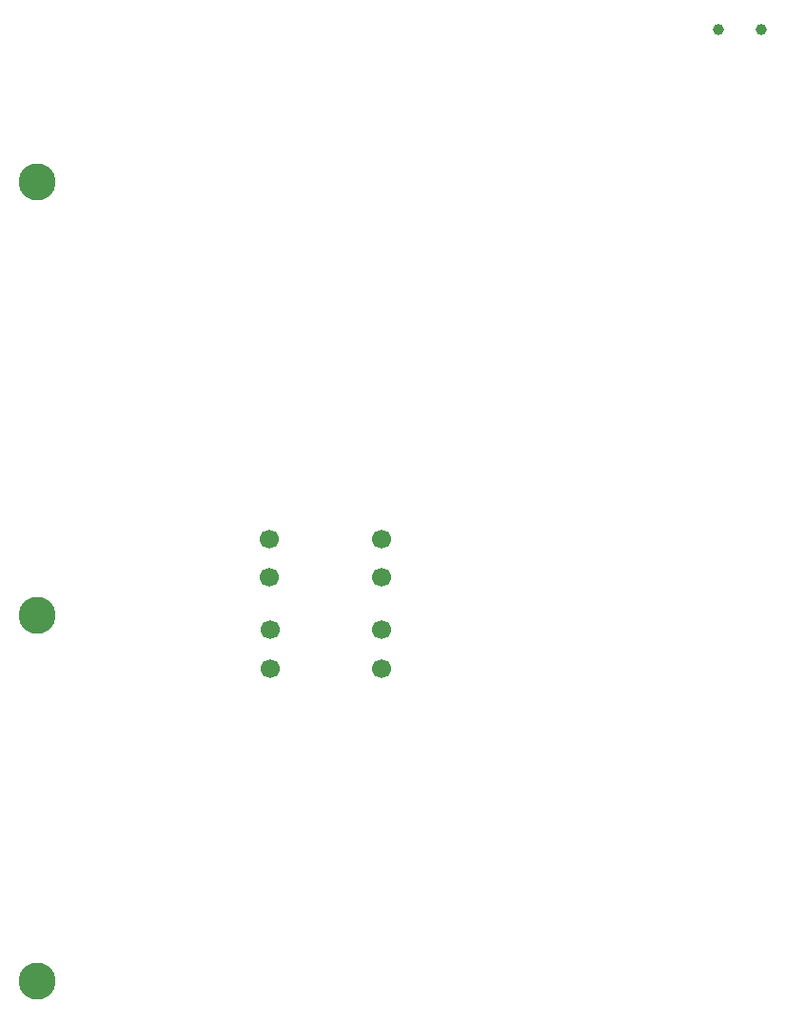
<source format=gbr>
%TF.GenerationSoftware,Altium Limited,Altium Designer,19.0.10 (269)*%
G04 Layer_Color=0*
%FSLAX26Y26*%
%MOIN*%
%TF.FileFunction,NonPlated,1,4,NPTH,Drill*%
%TF.Part,Single*%
G01*
G75*
%TA.AperFunction,ComponentDrill*%
%ADD130C,0.066929*%
%ADD131C,0.039370*%
%ADD132C,0.129921*%
D130*
X964724Y1933022D02*
D03*
X1355276D02*
D03*
X964724Y1799163D02*
D03*
X1355276D02*
D03*
X964449Y2250000D02*
D03*
X1355000D02*
D03*
X964449Y2116142D02*
D03*
X1355000D02*
D03*
D131*
X2535000Y4033000D02*
D03*
X2685000D02*
D03*
D132*
X150000Y3500000D02*
D03*
Y1984252D02*
D03*
Y704724D02*
D03*
%TF.MD5,e25aa401685ea17268b0c554748ad267*%
M02*

</source>
